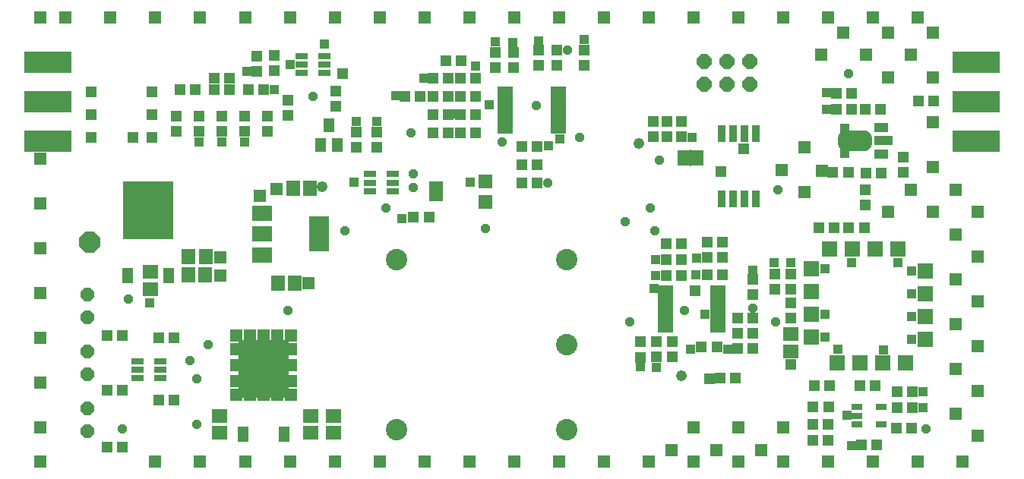
<source format=gts>
G75*
G70*
%OFA0B0*%
%FSLAX24Y24*%
%IPPOS*%
%LPD*%
%AMOC8*
5,1,8,0,0,1.08239X$1,22.5*
%
%ADD10R,0.0671X0.0592*%
%ADD11R,0.0513X0.0474*%
%ADD12R,0.2206X0.2521*%
%ADD13R,0.0474X0.0710*%
%ADD14R,0.0592X0.0671*%
%ADD15R,0.0592X0.0592*%
%ADD16R,0.0592X0.0867*%
%ADD17R,0.0867X0.0671*%
%ADD18R,0.0867X0.1576*%
%ADD19R,0.0661X0.0257*%
%ADD20R,0.0474X0.0513*%
%ADD21R,0.0513X0.0316*%
%ADD22R,0.0631X0.0395*%
%ADD23C,0.0660*%
%ADD24R,0.0630X0.0394*%
%ADD25R,0.0678X0.0678*%
%ADD26R,0.0572X0.0277*%
%ADD27R,0.0474X0.0631*%
%ADD28OC8,0.0600*%
%ADD29R,0.0515X0.0493*%
%ADD30R,0.2080X0.0980*%
%ADD31C,0.0940*%
%ADD32OC8,0.0640*%
%ADD33R,0.0540X0.0710*%
%ADD34R,0.0060X0.0720*%
%ADD35R,0.0336X0.0769*%
%ADD36OC8,0.0930*%
%ADD37R,0.0555X0.0555*%
%ADD38R,0.0476X0.0476*%
%ADD39R,0.0397X0.0397*%
%ADD40OC8,0.0397*%
%ADD41C,0.0476*%
D10*
X015465Y006173D03*
X015465Y006921D03*
X019465Y006921D03*
X020465Y006921D03*
X020465Y006173D03*
X019465Y006173D03*
X012429Y012488D03*
X012429Y013236D03*
X040521Y010506D03*
X040521Y009758D03*
D11*
X038879Y009874D03*
X038210Y009874D03*
X038114Y008572D03*
X037444Y008572D03*
X035342Y009501D03*
X035342Y010170D03*
X038207Y011208D03*
X038876Y011208D03*
X040533Y011193D03*
X040533Y011862D03*
X038854Y012225D03*
X038854Y012895D03*
X037522Y013107D03*
X036852Y013107D03*
X035743Y013072D03*
X035074Y013072D03*
X035076Y013784D03*
X035745Y013784D03*
X036851Y013871D03*
X037521Y013871D03*
X041749Y015178D03*
X042418Y015178D03*
X043785Y016186D03*
X043785Y016855D03*
X043830Y017587D03*
X044499Y017587D03*
X045465Y017612D03*
X045465Y018281D03*
X043198Y020374D03*
X042528Y020374D03*
X042531Y021088D03*
X043201Y021088D03*
X046141Y020735D03*
X046811Y020735D03*
X034483Y019851D03*
X034483Y019181D03*
X029399Y018747D03*
X028730Y018747D03*
X028730Y017947D03*
X029399Y017947D03*
X026699Y019347D03*
X026030Y019347D03*
X025499Y020147D03*
X024830Y020147D03*
X024280Y020954D03*
X023611Y020954D03*
X024822Y021742D03*
X025491Y021742D03*
X026030Y021747D03*
X026699Y021747D03*
X028365Y022212D03*
X028365Y022881D03*
X030265Y022981D03*
X030265Y022312D03*
X022365Y019381D03*
X022365Y018712D03*
X017565Y019412D03*
X017565Y020081D03*
X016565Y020081D03*
X016565Y019412D03*
X013565Y019412D03*
X013565Y020081D03*
X015230Y021247D03*
X015899Y021247D03*
X015899Y021747D03*
X015230Y021747D03*
X017091Y022051D03*
X017870Y022074D03*
X017870Y022743D03*
X017091Y022720D03*
X023980Y015647D03*
X024649Y015647D03*
X041512Y007301D03*
X042182Y007301D03*
X042179Y005855D03*
X041509Y005855D03*
X045185Y007273D03*
X045854Y007273D03*
X045865Y007972D03*
X045195Y007972D03*
D12*
X017407Y008979D03*
X012340Y015950D03*
D13*
X011443Y013076D03*
X013238Y013076D03*
X016510Y006105D03*
X018305Y006105D03*
D14*
X018027Y012744D03*
X018776Y012744D03*
X014845Y013124D03*
X014097Y013124D03*
X014112Y013908D03*
X014860Y013908D03*
X018698Y016896D03*
X019446Y016896D03*
D15*
X027123Y017219D03*
X027123Y016314D03*
D16*
X024958Y016766D03*
D17*
X017335Y015799D03*
X017335Y014894D03*
X017335Y013988D03*
D18*
X019815Y014894D03*
D19*
X028008Y019451D03*
X028008Y019707D03*
X028008Y019963D03*
X028008Y020219D03*
X028008Y020475D03*
X028008Y020731D03*
X028008Y020987D03*
X028008Y021243D03*
X030322Y021243D03*
X030322Y020987D03*
X030322Y020731D03*
X030322Y020475D03*
X030322Y020219D03*
X030322Y019963D03*
X030322Y019707D03*
X030322Y019451D03*
X035017Y012500D03*
X035017Y012244D03*
X035017Y011988D03*
X035017Y011732D03*
X035017Y011476D03*
X035017Y011220D03*
X035017Y010964D03*
X035017Y010708D03*
X037331Y010708D03*
X037331Y010964D03*
X037331Y011220D03*
X037331Y011476D03*
X037331Y011732D03*
X037331Y011988D03*
X037331Y012244D03*
X037331Y012500D03*
D20*
X039829Y012472D03*
X040528Y012476D03*
X040528Y013146D03*
X039829Y013141D03*
X037518Y014528D03*
X036849Y014528D03*
X035744Y014481D03*
X035075Y014481D03*
X029399Y017147D03*
X028730Y017147D03*
X025499Y019347D03*
X024830Y019347D03*
X026030Y020147D03*
X026699Y020147D03*
X026699Y020947D03*
X026030Y020947D03*
X025499Y020947D03*
X024830Y020947D03*
X027561Y022219D03*
X027561Y022888D03*
X026071Y022511D03*
X025402Y022511D03*
X029465Y022312D03*
X029465Y022981D03*
X031459Y022981D03*
X031459Y022312D03*
X035108Y019851D03*
X035733Y019851D03*
X035733Y019181D03*
X035108Y019181D03*
X042380Y017614D03*
X043049Y017614D03*
X043079Y015175D03*
X043748Y015175D03*
X038875Y010536D03*
X038206Y010536D03*
X037281Y009931D03*
X036612Y009931D03*
X034638Y010161D03*
X033934Y010160D03*
X033934Y009491D03*
X034638Y009492D03*
X041560Y008257D03*
X042230Y008257D03*
X043550Y008237D03*
X044220Y008237D03*
X042170Y006557D03*
X041501Y006557D03*
X043629Y005637D03*
X044298Y005637D03*
X045171Y006388D03*
X045840Y006388D03*
X021465Y018712D03*
X021465Y019381D03*
X020565Y020512D03*
X020565Y021181D03*
X018465Y020781D03*
X017399Y021247D03*
X016730Y021247D03*
X015565Y020081D03*
X015565Y019412D03*
X014565Y019412D03*
X014565Y020081D03*
X014399Y021247D03*
X013730Y021247D03*
X018465Y020112D03*
X013465Y010336D03*
X012796Y010336D03*
X011200Y010437D03*
X010531Y010437D03*
X010531Y008037D03*
X011200Y008037D03*
X012797Y007594D03*
X013466Y007594D03*
X011200Y005537D03*
X010531Y005537D03*
X043796Y020382D03*
X044465Y020382D03*
D21*
X044496Y007296D03*
X043433Y007296D03*
X043433Y006922D03*
X043433Y006548D03*
X044496Y006548D03*
D22*
X044495Y018407D03*
X044495Y019587D03*
D23*
X043773Y019107D02*
X043773Y018887D01*
X042917Y018887D01*
X042917Y019107D01*
X043773Y019107D01*
D24*
X044494Y018997D03*
D25*
X044229Y014225D03*
X043229Y014225D03*
X042229Y014225D03*
X041429Y013375D03*
X041429Y012375D03*
X041429Y011375D03*
X041429Y010375D03*
X042579Y009225D03*
X043579Y009225D03*
X044579Y009225D03*
X045579Y009225D03*
X046429Y010275D03*
X046429Y011275D03*
X046429Y012275D03*
X046429Y013275D03*
X045229Y014225D03*
D26*
X023050Y016782D03*
X023050Y017156D03*
X023050Y017530D03*
X022066Y017530D03*
X022066Y017156D03*
X022066Y016782D03*
X020057Y021973D03*
X020057Y022347D03*
X020057Y022721D03*
X019073Y022721D03*
X019073Y022347D03*
X019073Y021973D03*
X012864Y009311D03*
X012864Y008937D03*
X012864Y008563D03*
X011880Y008563D03*
X011880Y008937D03*
X011880Y009311D03*
D27*
X019891Y018814D03*
X020639Y018814D03*
X020265Y019680D03*
D28*
X009659Y012225D03*
X009659Y011225D03*
X009659Y009725D03*
X009659Y008725D03*
X009659Y007225D03*
X009659Y006225D03*
D29*
X009847Y019147D03*
X009847Y020147D03*
X009847Y021147D03*
X012483Y021147D03*
X012483Y020147D03*
X012483Y019147D03*
D30*
X007941Y018975D03*
X007941Y020715D03*
X007941Y022455D03*
X048655Y022455D03*
X048655Y020715D03*
X048655Y018975D03*
D31*
X030705Y013787D03*
X023225Y013787D03*
X030705Y010047D03*
X030705Y006307D03*
X023225Y006307D03*
D32*
X036744Y021470D03*
X037744Y021470D03*
X038744Y021470D03*
X038744Y022470D03*
X037744Y022470D03*
X036744Y022470D03*
D33*
X036441Y018226D03*
X035841Y018226D03*
D34*
X036141Y018226D03*
D35*
X037494Y019298D03*
X037994Y019298D03*
X038494Y019298D03*
X038994Y019298D03*
X038994Y016443D03*
X038494Y016443D03*
X037994Y016443D03*
X037494Y016443D03*
D36*
X009752Y014547D03*
D37*
X007605Y004920D03*
X007605Y006398D03*
X007605Y008367D03*
X007605Y010335D03*
X007605Y012304D03*
X007605Y014272D03*
X011771Y015115D03*
X011727Y016044D03*
X012344Y016638D03*
X012904Y016039D03*
X012951Y015156D03*
X015507Y013883D03*
X015507Y013083D03*
X019350Y012739D03*
X018581Y010430D03*
X017981Y010430D03*
X017381Y010430D03*
X016781Y010430D03*
X016181Y010430D03*
X016181Y009830D03*
X016781Y009830D03*
X017381Y009830D03*
X017981Y009830D03*
X018581Y009830D03*
X018581Y009130D03*
X017981Y009130D03*
X017381Y009130D03*
X016781Y009130D03*
X016181Y009130D03*
X016181Y008430D03*
X016781Y008430D03*
X017381Y008430D03*
X017981Y008430D03*
X018581Y008430D03*
X018581Y007830D03*
X017981Y007830D03*
X017381Y007830D03*
X016781Y007830D03*
X016181Y007830D03*
X016581Y004920D03*
X014613Y004920D03*
X012644Y004920D03*
X018550Y004920D03*
X020518Y004920D03*
X022487Y004920D03*
X024455Y004920D03*
X026424Y004920D03*
X028392Y004920D03*
X030361Y004920D03*
X032329Y004920D03*
X034298Y004920D03*
X035282Y005414D03*
X036266Y004920D03*
X037251Y005414D03*
X038235Y004920D03*
X039219Y005414D03*
X040203Y004920D03*
X042172Y004920D03*
X044140Y004920D03*
X046109Y004920D03*
X048077Y004920D03*
X048739Y006030D03*
X047755Y007014D03*
X048739Y007998D03*
X047755Y008983D03*
X048739Y009967D03*
X047755Y010951D03*
X048739Y011935D03*
X047755Y012920D03*
X048739Y013904D03*
X047755Y014888D03*
X048739Y015872D03*
X047755Y016857D03*
X046770Y017841D03*
X045786Y016857D03*
X044802Y015872D03*
X046770Y015872D03*
X041893Y017660D03*
X040144Y017710D03*
X041128Y018694D03*
X043428Y018994D03*
X046770Y019809D03*
X048078Y018971D03*
X049078Y018971D03*
X046770Y021778D03*
X048078Y022471D03*
X049078Y022471D03*
X046770Y023746D03*
X046109Y024393D03*
X044802Y023746D03*
X044140Y024393D03*
X042833Y023746D03*
X042172Y024393D03*
X040203Y024393D03*
X038235Y024393D03*
X036266Y024393D03*
X034298Y024393D03*
X032329Y024393D03*
X030361Y024393D03*
X028392Y024393D03*
X026424Y024393D03*
X024455Y024393D03*
X022487Y024393D03*
X020518Y024393D03*
X018550Y024393D03*
X016581Y024393D03*
X014613Y024393D03*
X012644Y024393D03*
X010676Y024393D03*
X008707Y024393D03*
X007605Y024393D03*
X007305Y022509D03*
X008505Y022509D03*
X008405Y019009D03*
X007205Y019009D03*
X007605Y018209D03*
X007605Y016241D03*
X017244Y016581D03*
X017970Y016879D03*
X036266Y006398D03*
X038235Y006398D03*
X040203Y006398D03*
X041128Y016726D03*
X044802Y021778D03*
X045786Y022762D03*
X043818Y022762D03*
X041849Y022762D03*
D38*
X038465Y018647D03*
X037465Y017647D03*
X036340Y012422D03*
X040547Y009181D03*
X036965Y008547D03*
X011665Y019147D03*
X020865Y021947D03*
D39*
X018565Y022347D03*
X016665Y022047D03*
X017865Y021247D03*
X021465Y019847D03*
X022365Y019847D03*
X023189Y020977D03*
X024419Y021737D03*
X026699Y022287D03*
X027569Y023327D03*
X028339Y023317D03*
X029459Y023387D03*
X031448Y023446D03*
X027299Y020587D03*
X025799Y020187D03*
X029899Y018787D03*
X030399Y019087D03*
X026480Y017171D03*
X023480Y015571D03*
X021380Y017171D03*
X016565Y018947D03*
X015565Y018947D03*
X014565Y018947D03*
X020065Y023247D03*
X036191Y019149D03*
X042106Y020383D03*
X042106Y021092D03*
X042887Y019533D03*
X044782Y019001D03*
X042908Y018444D03*
X036399Y013835D03*
X036380Y013096D03*
X034590Y013088D03*
X034610Y013790D03*
X034533Y012503D03*
X036752Y011359D03*
X036130Y009846D03*
X037755Y009846D03*
X034638Y009058D03*
X033927Y009063D03*
X042037Y010363D03*
X042588Y009855D03*
X044591Y009821D03*
X045821Y010259D03*
X045839Y011260D03*
X045843Y012265D03*
X045845Y013274D03*
X045226Y013635D03*
X043209Y013643D03*
X042043Y013386D03*
X040531Y013641D03*
X039788Y013632D03*
X038870Y013295D03*
X042038Y011380D03*
X046321Y007974D03*
X046326Y007280D03*
X043008Y006929D03*
X043196Y005603D03*
X012397Y011882D03*
D40*
X011465Y012047D03*
X014965Y010047D03*
X014165Y009347D03*
X014465Y008547D03*
X014465Y006547D03*
X011207Y006334D03*
X018465Y011547D03*
X020965Y015047D03*
X022765Y016047D03*
X023965Y016947D03*
X023965Y017547D03*
X023865Y019347D03*
X027865Y018947D03*
X029365Y020547D03*
X031265Y019147D03*
X034765Y018147D03*
X034365Y016047D03*
X033265Y015447D03*
X034565Y015047D03*
X029865Y017147D03*
X027123Y015147D03*
X033465Y011047D03*
X035865Y011547D03*
X038863Y011629D03*
X039865Y011047D03*
X046465Y006347D03*
X039965Y016847D03*
X043065Y021947D03*
X030745Y022977D03*
X019565Y020947D03*
D41*
X019958Y016991D03*
X033858Y018891D03*
X035715Y008672D03*
M02*

</source>
